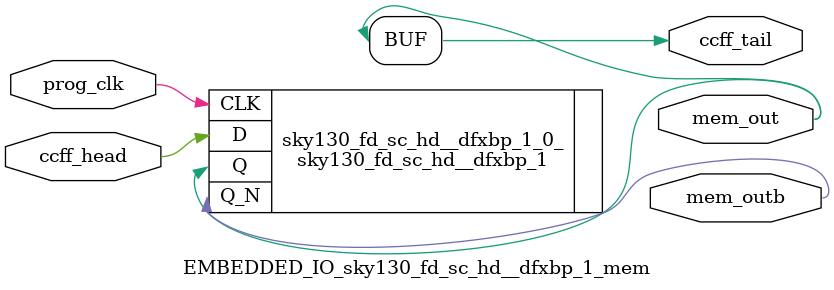
<source format=v>
`timescale 1ns / 1ps

module mux_tree_tapbuf_size10_mem(prog_clk,
                                  ccff_head,
                                  ccff_tail,
                                  mem_out,
                                  mem_outb);
//
input [0:0] prog_clk;
//
input [0:0] ccff_head;
//
output [0:0] ccff_tail;
//
output [0:3] mem_out;
//
output [0:3] mem_outb;

//
//


//
//



//
//
//
	assign ccff_tail[0] = mem_out[3];
//

	sky130_fd_sc_hd__dfxbp_1 sky130_fd_sc_hd__dfxbp_1_0_ (
		.CLK(prog_clk[0]),
		.D(ccff_head[0]),
		.Q(mem_out[0]),
		.Q_N(mem_outb[0]));

	sky130_fd_sc_hd__dfxbp_1 sky130_fd_sc_hd__dfxbp_1_1_ (
		.CLK(prog_clk[0]),
		.D(mem_out[0]),
		.Q(mem_out[1]),
		.Q_N(mem_outb[1]));

	sky130_fd_sc_hd__dfxbp_1 sky130_fd_sc_hd__dfxbp_1_2_ (
		.CLK(prog_clk[0]),
		.D(mem_out[1]),
		.Q(mem_out[2]),
		.Q_N(mem_outb[2]));

	sky130_fd_sc_hd__dfxbp_1 sky130_fd_sc_hd__dfxbp_1_3_ (
		.CLK(prog_clk[0]),
		.D(mem_out[2]),
		.Q(mem_out[3]),
		.Q_N(mem_outb[3]));

endmodule
//



//
module mux_tree_tapbuf_size8_mem(prog_clk,
                                 ccff_head,
                                 ccff_tail,
                                 mem_out,
                                 mem_outb);
//
input [0:0] prog_clk;
//
input [0:0] ccff_head;
//
output [0:0] ccff_tail;
//
output [0:3] mem_out;
//
output [0:3] mem_outb;

//
//


//
//



//
//
//
	assign ccff_tail[0] = mem_out[3];
//

	sky130_fd_sc_hd__dfxbp_1 sky130_fd_sc_hd__dfxbp_1_0_ (
		.CLK(prog_clk[0]),
		.D(ccff_head[0]),
		.Q(mem_out[0]),
		.Q_N(mem_outb[0]));

	sky130_fd_sc_hd__dfxbp_1 sky130_fd_sc_hd__dfxbp_1_1_ (
		.CLK(prog_clk[0]),
		.D(mem_out[0]),
		.Q(mem_out[1]),
		.Q_N(mem_outb[1]));

	sky130_fd_sc_hd__dfxbp_1 sky130_fd_sc_hd__dfxbp_1_2_ (
		.CLK(prog_clk[0]),
		.D(mem_out[1]),
		.Q(mem_out[2]),
		.Q_N(mem_outb[2]));

	sky130_fd_sc_hd__dfxbp_1 sky130_fd_sc_hd__dfxbp_1_3_ (
		.CLK(prog_clk[0]),
		.D(mem_out[2]),
		.Q(mem_out[3]),
		.Q_N(mem_outb[3]));

endmodule
//



//
module mux_tree_tapbuf_size4_mem(prog_clk,
                                 ccff_head,
                                 ccff_tail,
                                 mem_out,
                                 mem_outb);
//
input [0:0] prog_clk;
//
input [0:0] ccff_head;
//
output [0:0] ccff_tail;
//
output [0:2] mem_out;
//
output [0:2] mem_outb;

//
//


//
//



//
//
//
	assign ccff_tail[0] = mem_out[2];
//

	sky130_fd_sc_hd__dfxbp_1 sky130_fd_sc_hd__dfxbp_1_0_ (
		.CLK(prog_clk[0]),
		.D(ccff_head[0]),
		.Q(mem_out[0]),
		.Q_N(mem_outb[0]));

	sky130_fd_sc_hd__dfxbp_1 sky130_fd_sc_hd__dfxbp_1_1_ (
		.CLK(prog_clk[0]),
		.D(mem_out[0]),
		.Q(mem_out[1]),
		.Q_N(mem_outb[1]));

	sky130_fd_sc_hd__dfxbp_1 sky130_fd_sc_hd__dfxbp_1_2_ (
		.CLK(prog_clk[0]),
		.D(mem_out[1]),
		.Q(mem_out[2]),
		.Q_N(mem_outb[2]));

endmodule
//



//
module mux_tree_tapbuf_size7_mem(prog_clk,
                                 ccff_head,
                                 ccff_tail,
                                 mem_out,
                                 mem_outb);
//
input [0:0] prog_clk;
//
input [0:0] ccff_head;
//
output [0:0] ccff_tail;
//
output [0:2] mem_out;
//
output [0:2] mem_outb;

//
//


//
//



//
//
//
	assign ccff_tail[0] = mem_out[2];
//

	sky130_fd_sc_hd__dfxbp_1 sky130_fd_sc_hd__dfxbp_1_0_ (
		.CLK(prog_clk[0]),
		.D(ccff_head[0]),
		.Q(mem_out[0]),
		.Q_N(mem_outb[0]));

	sky130_fd_sc_hd__dfxbp_1 sky130_fd_sc_hd__dfxbp_1_1_ (
		.CLK(prog_clk[0]),
		.D(mem_out[0]),
		.Q(mem_out[1]),
		.Q_N(mem_outb[1]));

	sky130_fd_sc_hd__dfxbp_1 sky130_fd_sc_hd__dfxbp_1_2_ (
		.CLK(prog_clk[0]),
		.D(mem_out[1]),
		.Q(mem_out[2]),
		.Q_N(mem_outb[2]));

endmodule
//



//
module mux_tree_tapbuf_size11_mem(prog_clk,
                                  ccff_head,
                                  ccff_tail,
                                  mem_out,
                                  mem_outb);
//
input [0:0] prog_clk;
//
input [0:0] ccff_head;
//
output [0:0] ccff_tail;
//
output [0:3] mem_out;
//
output [0:3] mem_outb;

//
//


//
//



//
//
//
	assign ccff_tail[0] = mem_out[3];
//

	sky130_fd_sc_hd__dfxbp_1 sky130_fd_sc_hd__dfxbp_1_0_ (
		.CLK(prog_clk[0]),
		.D(ccff_head[0]),
		.Q(mem_out[0]),
		.Q_N(mem_outb[0]));

	sky130_fd_sc_hd__dfxbp_1 sky130_fd_sc_hd__dfxbp_1_1_ (
		.CLK(prog_clk[0]),
		.D(mem_out[0]),
		.Q(mem_out[1]),
		.Q_N(mem_outb[1]));

	sky130_fd_sc_hd__dfxbp_1 sky130_fd_sc_hd__dfxbp_1_2_ (
		.CLK(prog_clk[0]),
		.D(mem_out[1]),
		.Q(mem_out[2]),
		.Q_N(mem_outb[2]));

	sky130_fd_sc_hd__dfxbp_1 sky130_fd_sc_hd__dfxbp_1_3_ (
		.CLK(prog_clk[0]),
		.D(mem_out[2]),
		.Q(mem_out[3]),
		.Q_N(mem_outb[3]));

endmodule
//



//
module mux_tree_tapbuf_size2_mem(prog_clk,
                                 ccff_head,
                                 ccff_tail,
                                 mem_out,
                                 mem_outb);
//
input [0:0] prog_clk;
//
input [0:0] ccff_head;
//
output [0:0] ccff_tail;
//
output [0:1] mem_out;
//
output [0:1] mem_outb;

//
//


//
//



//
//
//
	assign ccff_tail[0] = mem_out[1];
//

	sky130_fd_sc_hd__dfxbp_1 sky130_fd_sc_hd__dfxbp_1_0_ (
		.CLK(prog_clk[0]),
		.D(ccff_head[0]),
		.Q(mem_out[0]),
		.Q_N(mem_outb[0]));

	sky130_fd_sc_hd__dfxbp_1 sky130_fd_sc_hd__dfxbp_1_1_ (
		.CLK(prog_clk[0]),
		.D(mem_out[0]),
		.Q(mem_out[1]),
		.Q_N(mem_outb[1]));

endmodule
//



//
module mux_tree_tapbuf_size6_mem(prog_clk,
                                 ccff_head,
                                 ccff_tail,
                                 mem_out,
                                 mem_outb);
//
input [0:0] prog_clk;
//
input [0:0] ccff_head;
//
output [0:0] ccff_tail;
//
output [0:2] mem_out;
//
output [0:2] mem_outb;

//
//


//
//



//
//
//
	assign ccff_tail[0] = mem_out[2];
//

	sky130_fd_sc_hd__dfxbp_1 sky130_fd_sc_hd__dfxbp_1_0_ (
		.CLK(prog_clk[0]),
		.D(ccff_head[0]),
		.Q(mem_out[0]),
		.Q_N(mem_outb[0]));

	sky130_fd_sc_hd__dfxbp_1 sky130_fd_sc_hd__dfxbp_1_1_ (
		.CLK(prog_clk[0]),
		.D(mem_out[0]),
		.Q(mem_out[1]),
		.Q_N(mem_outb[1]));

	sky130_fd_sc_hd__dfxbp_1 sky130_fd_sc_hd__dfxbp_1_2_ (
		.CLK(prog_clk[0]),
		.D(mem_out[1]),
		.Q(mem_out[2]),
		.Q_N(mem_outb[2]));

endmodule
//



//
module mux_tree_tapbuf_size5_mem(prog_clk,
                                 ccff_head,
                                 ccff_tail,
                                 mem_out,
                                 mem_outb);
//
input [0:0] prog_clk;
//
input [0:0] ccff_head;
//
output [0:0] ccff_tail;
//
output [0:2] mem_out;
//
output [0:2] mem_outb;

//
//


//
//



//
//
//
	assign ccff_tail[0] = mem_out[2];
//

	sky130_fd_sc_hd__dfxbp_1 sky130_fd_sc_hd__dfxbp_1_0_ (
		.CLK(prog_clk[0]),
		.D(ccff_head[0]),
		.Q(mem_out[0]),
		.Q_N(mem_outb[0]));

	sky130_fd_sc_hd__dfxbp_1 sky130_fd_sc_hd__dfxbp_1_1_ (
		.CLK(prog_clk[0]),
		.D(mem_out[0]),
		.Q(mem_out[1]),
		.Q_N(mem_outb[1]));

	sky130_fd_sc_hd__dfxbp_1 sky130_fd_sc_hd__dfxbp_1_2_ (
		.CLK(prog_clk[0]),
		.D(mem_out[1]),
		.Q(mem_out[2]),
		.Q_N(mem_outb[2]));

endmodule
//



//
module mux_tree_tapbuf_size12_mem(prog_clk,
                                  ccff_head,
                                  ccff_tail,
                                  mem_out,
                                  mem_outb);
//
input [0:0] prog_clk;
//
input [0:0] ccff_head;
//
output [0:0] ccff_tail;
//
output [0:3] mem_out;
//
output [0:3] mem_outb;

//
//


//
//



//
//
//
	assign ccff_tail[0] = mem_out[3];
//

	sky130_fd_sc_hd__dfxbp_1 sky130_fd_sc_hd__dfxbp_1_0_ (
		.CLK(prog_clk[0]),
		.D(ccff_head[0]),
		.Q(mem_out[0]),
		.Q_N(mem_outb[0]));

	sky130_fd_sc_hd__dfxbp_1 sky130_fd_sc_hd__dfxbp_1_1_ (
		.CLK(prog_clk[0]),
		.D(mem_out[0]),
		.Q(mem_out[1]),
		.Q_N(mem_outb[1]));

	sky130_fd_sc_hd__dfxbp_1 sky130_fd_sc_hd__dfxbp_1_2_ (
		.CLK(prog_clk[0]),
		.D(mem_out[1]),
		.Q(mem_out[2]),
		.Q_N(mem_outb[2]));

	sky130_fd_sc_hd__dfxbp_1 sky130_fd_sc_hd__dfxbp_1_3_ (
		.CLK(prog_clk[0]),
		.D(mem_out[2]),
		.Q(mem_out[3]),
		.Q_N(mem_outb[3]));

endmodule
//



//
module mux_tree_tapbuf_size16_mem(prog_clk,
                                  ccff_head,
                                  ccff_tail,
                                  mem_out,
                                  mem_outb);
//
input [0:0] prog_clk;
//
input [0:0] ccff_head;
//
output [0:0] ccff_tail;
//
output [0:4] mem_out;
//
output [0:4] mem_outb;

//
//


//
//



//
//
//
	assign ccff_tail[0] = mem_out[4];
//

	sky130_fd_sc_hd__dfxbp_1 sky130_fd_sc_hd__dfxbp_1_0_ (
		.CLK(prog_clk[0]),
		.D(ccff_head[0]),
		.Q(mem_out[0]),
		.Q_N(mem_outb[0]));

	sky130_fd_sc_hd__dfxbp_1 sky130_fd_sc_hd__dfxbp_1_1_ (
		.CLK(prog_clk[0]),
		.D(mem_out[0]),
		.Q(mem_out[1]),
		.Q_N(mem_outb[1]));

	sky130_fd_sc_hd__dfxbp_1 sky130_fd_sc_hd__dfxbp_1_2_ (
		.CLK(prog_clk[0]),
		.D(mem_out[1]),
		.Q(mem_out[2]),
		.Q_N(mem_outb[2]));

	sky130_fd_sc_hd__dfxbp_1 sky130_fd_sc_hd__dfxbp_1_3_ (
		.CLK(prog_clk[0]),
		.D(mem_out[2]),
		.Q(mem_out[3]),
		.Q_N(mem_outb[3]));

	sky130_fd_sc_hd__dfxbp_1 sky130_fd_sc_hd__dfxbp_1_4_ (
		.CLK(prog_clk[0]),
		.D(mem_out[3]),
		.Q(mem_out[4]),
		.Q_N(mem_outb[4]));

endmodule
//



//
module mux_tree_tapbuf_size3_mem(prog_clk,
                                 ccff_head,
                                 ccff_tail,
                                 mem_out,
                                 mem_outb);
//
input [0:0] prog_clk;
//
input [0:0] ccff_head;
//
output [0:0] ccff_tail;
//
output [0:1] mem_out;
//
output [0:1] mem_outb;

//
//


//
//



//
//
//
	assign ccff_tail[0] = mem_out[1];
//

	sky130_fd_sc_hd__dfxbp_1 sky130_fd_sc_hd__dfxbp_1_0_ (
		.CLK(prog_clk[0]),
		.D(ccff_head[0]),
		.Q(mem_out[0]),
		.Q_N(mem_outb[0]));

	sky130_fd_sc_hd__dfxbp_1 sky130_fd_sc_hd__dfxbp_1_1_ (
		.CLK(prog_clk[0]),
		.D(mem_out[0]),
		.Q(mem_out[1]),
		.Q_N(mem_outb[1]));

endmodule
//



//
module mux_tree_tapbuf_size9_mem(prog_clk,
                                 ccff_head,
                                 ccff_tail,
                                 mem_out,
                                 mem_outb);
//
input [0:0] prog_clk;
//
input [0:0] ccff_head;
//
output [0:0] ccff_tail;
//
output [0:3] mem_out;
//
output [0:3] mem_outb;

//
//


//
//



//
//
//
	assign ccff_tail[0] = mem_out[3];
//

	sky130_fd_sc_hd__dfxbp_1 sky130_fd_sc_hd__dfxbp_1_0_ (
		.CLK(prog_clk[0]),
		.D(ccff_head[0]),
		.Q(mem_out[0]),
		.Q_N(mem_outb[0]));

	sky130_fd_sc_hd__dfxbp_1 sky130_fd_sc_hd__dfxbp_1_1_ (
		.CLK(prog_clk[0]),
		.D(mem_out[0]),
		.Q(mem_out[1]),
		.Q_N(mem_outb[1]));

	sky130_fd_sc_hd__dfxbp_1 sky130_fd_sc_hd__dfxbp_1_2_ (
		.CLK(prog_clk[0]),
		.D(mem_out[1]),
		.Q(mem_out[2]),
		.Q_N(mem_outb[2]));

	sky130_fd_sc_hd__dfxbp_1 sky130_fd_sc_hd__dfxbp_1_3_ (
		.CLK(prog_clk[0]),
		.D(mem_out[2]),
		.Q(mem_out[3]),
		.Q_N(mem_outb[3]));

endmodule
//



//
module mux_tree_tapbuf_size14_mem(prog_clk,
                                  ccff_head,
                                  ccff_tail,
                                  mem_out,
                                  mem_outb);
//
input [0:0] prog_clk;
//
input [0:0] ccff_head;
//
output [0:0] ccff_tail;
//
output [0:3] mem_out;
//
output [0:3] mem_outb;

//
//


//
//



//
//
//
	assign ccff_tail[0] = mem_out[3];
//

	sky130_fd_sc_hd__dfxbp_1 sky130_fd_sc_hd__dfxbp_1_0_ (
		.CLK(prog_clk[0]),
		.D(ccff_head[0]),
		.Q(mem_out[0]),
		.Q_N(mem_outb[0]));

	sky130_fd_sc_hd__dfxbp_1 sky130_fd_sc_hd__dfxbp_1_1_ (
		.CLK(prog_clk[0]),
		.D(mem_out[0]),
		.Q(mem_out[1]),
		.Q_N(mem_outb[1]));

	sky130_fd_sc_hd__dfxbp_1 sky130_fd_sc_hd__dfxbp_1_2_ (
		.CLK(prog_clk[0]),
		.D(mem_out[1]),
		.Q(mem_out[2]),
		.Q_N(mem_outb[2]));

	sky130_fd_sc_hd__dfxbp_1 sky130_fd_sc_hd__dfxbp_1_3_ (
		.CLK(prog_clk[0]),
		.D(mem_out[2]),
		.Q(mem_out[3]),
		.Q_N(mem_outb[3]));

endmodule
//



//
module mux_tree_size2_mem(prog_clk,
                          ccff_head,
                          ccff_tail,
                          mem_out,
                          mem_outb);
//
input [0:0] prog_clk;
//
input [0:0] ccff_head;
//
output [0:0] ccff_tail;
//
output [0:1] mem_out;
//
output [0:1] mem_outb;

//
//


//
//



//
//
//
	assign ccff_tail[0] = mem_out[1];
//

	sky130_fd_sc_hd__dfxbp_1 sky130_fd_sc_hd__dfxbp_1_0_ (
		.CLK(prog_clk[0]),
		.D(ccff_head[0]),
		.Q(mem_out[0]),
		.Q_N(mem_outb[0]));

	sky130_fd_sc_hd__dfxbp_1 sky130_fd_sc_hd__dfxbp_1_1_ (
		.CLK(prog_clk[0]),
		.D(mem_out[0]),
		.Q(mem_out[1]),
		.Q_N(mem_outb[1]));

endmodule
//



//
module frac_lut4_sky130_fd_sc_hd__dfxbp_1_mem(prog_clk,
                                              ccff_head,
                                              ccff_tail,
                                              mem_out,
                                              mem_outb);
//
input [0:0] prog_clk;
//
input [0:0] ccff_head;
//
output [0:0] ccff_tail;
//
output [0:16] mem_out;
//
output [0:16] mem_outb;

//
//


//
//



//
//
//
	assign ccff_tail[0] = mem_out[16];
//

	sky130_fd_sc_hd__dfxbp_1 sky130_fd_sc_hd__dfxbp_1_0_ (
		.CLK(prog_clk[0]),
		.D(ccff_head[0]),
		.Q(mem_out[0]),
		.Q_N(mem_outb[0]));

	sky130_fd_sc_hd__dfxbp_1 sky130_fd_sc_hd__dfxbp_1_1_ (
		.CLK(prog_clk[0]),
		.D(mem_out[0]),
		.Q(mem_out[1]),
		.Q_N(mem_outb[1]));

	sky130_fd_sc_hd__dfxbp_1 sky130_fd_sc_hd__dfxbp_1_2_ (
		.CLK(prog_clk[0]),
		.D(mem_out[1]),
		.Q(mem_out[2]),
		.Q_N(mem_outb[2]));

	sky130_fd_sc_hd__dfxbp_1 sky130_fd_sc_hd__dfxbp_1_3_ (
		.CLK(prog_clk[0]),
		.D(mem_out[2]),
		.Q(mem_out[3]),
		.Q_N(mem_outb[3]));

	sky130_fd_sc_hd__dfxbp_1 sky130_fd_sc_hd__dfxbp_1_4_ (
		.CLK(prog_clk[0]),
		.D(mem_out[3]),
		.Q(mem_out[4]),
		.Q_N(mem_outb[4]));

	sky130_fd_sc_hd__dfxbp_1 sky130_fd_sc_hd__dfxbp_1_5_ (
		.CLK(prog_clk[0]),
		.D(mem_out[4]),
		.Q(mem_out[5]),
		.Q_N(mem_outb[5]));

	sky130_fd_sc_hd__dfxbp_1 sky130_fd_sc_hd__dfxbp_1_6_ (
		.CLK(prog_clk[0]),
		.D(mem_out[5]),
		.Q(mem_out[6]),
		.Q_N(mem_outb[6]));

	sky130_fd_sc_hd__dfxbp_1 sky130_fd_sc_hd__dfxbp_1_7_ (
		.CLK(prog_clk[0]),
		.D(mem_out[6]),
		.Q(mem_out[7]),
		.Q_N(mem_outb[7]));

	sky130_fd_sc_hd__dfxbp_1 sky130_fd_sc_hd__dfxbp_1_8_ (
		.CLK(prog_clk[0]),
		.D(mem_out[7]),
		.Q(mem_out[8]),
		.Q_N(mem_outb[8]));

	sky130_fd_sc_hd__dfxbp_1 sky130_fd_sc_hd__dfxbp_1_9_ (
		.CLK(prog_clk[0]),
		.D(mem_out[8]),
		.Q(mem_out[9]),
		.Q_N(mem_outb[9]));

	sky130_fd_sc_hd__dfxbp_1 sky130_fd_sc_hd__dfxbp_1_10_ (
		.CLK(prog_clk[0]),
		.D(mem_out[9]),
		.Q(mem_out[10]),
		.Q_N(mem_outb[10]));

	sky130_fd_sc_hd__dfxbp_1 sky130_fd_sc_hd__dfxbp_1_11_ (
		.CLK(prog_clk[0]),
		.D(mem_out[10]),
		.Q(mem_out[11]),
		.Q_N(mem_outb[11]));

	sky130_fd_sc_hd__dfxbp_1 sky130_fd_sc_hd__dfxbp_1_12_ (
		.CLK(prog_clk[0]),
		.D(mem_out[11]),
		.Q(mem_out[12]),
		.Q_N(mem_outb[12]));

	sky130_fd_sc_hd__dfxbp_1 sky130_fd_sc_hd__dfxbp_1_13_ (
		.CLK(prog_clk[0]),
		.D(mem_out[12]),
		.Q(mem_out[13]),
		.Q_N(mem_outb[13]));

	sky130_fd_sc_hd__dfxbp_1 sky130_fd_sc_hd__dfxbp_1_14_ (
		.CLK(prog_clk[0]),
		.D(mem_out[13]),
		.Q(mem_out[14]),
		.Q_N(mem_outb[14]));

	sky130_fd_sc_hd__dfxbp_1 sky130_fd_sc_hd__dfxbp_1_15_ (
		.CLK(prog_clk[0]),
		.D(mem_out[14]),
		.Q(mem_out[15]),
		.Q_N(mem_outb[15]));

	sky130_fd_sc_hd__dfxbp_1 sky130_fd_sc_hd__dfxbp_1_16_ (
		.CLK(prog_clk[0]),
		.D(mem_out[15]),
		.Q(mem_out[16]),
		.Q_N(mem_outb[16]));

endmodule
//



//
module EMBEDDED_IO_sky130_fd_sc_hd__dfxbp_1_mem(prog_clk,
                                                ccff_head,
                                                ccff_tail,
                                                mem_out,
                                                mem_outb);
//
input [0:0] prog_clk;
//
input [0:0] ccff_head;
//
output [0:0] ccff_tail;
//
output [0:0] mem_out;
//
output [0:0] mem_outb;

//
//


//
//



//
//
//
	assign ccff_tail[0] = mem_out[0];
//

	sky130_fd_sc_hd__dfxbp_1 sky130_fd_sc_hd__dfxbp_1_0_ (
		.CLK(prog_clk[0]),
		.D(ccff_head[0]),
		.Q(mem_out[0]),
		.Q_N(mem_outb[0]));

endmodule
//




</source>
